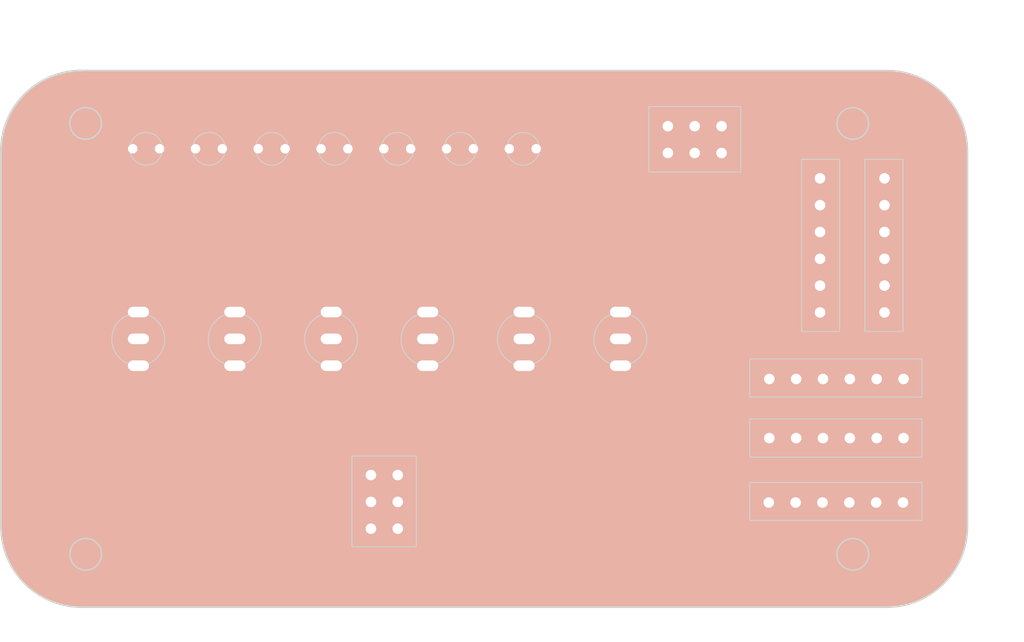
<source format=kicad_pcb>
(kicad_pcb (version 20240108) (generator "pcbnew") (generator_version "8.0")
  (layers (0 "F.Cu" signal) (31 "B.Cu" signal) (34 "B.Paste" user) (35 "F.Paste" user) (36 "B.SilkS" user "B.Silkscreen") (37 "F.SilkS" user "F.Silkscreen") (38 "B.Mask" user) (39 "F.Mask" user) (44 "Edge.Cuts" user))
  (net 0 "")
  (footprint "LED_THT:LED_D3.0mm" (layer "F.Cu") (at 108.84 72.4)
    (property "Reference" "REF**" (hide yes))
    (property "Value" "LED_D3.0mm")
    (fp_line (start -0.29 -1.236) (end -0.29 -1.08) (stroke (width 0.12)) (layer "F.SilkS"))
    (fp_line (start -0.29 1.08) (end -0.29 1.236) (stroke (width 0.12)) (layer "F.SilkS"))
    (fp_arc (start -0.29 -1.235516) (mid 1.366487 -1.987659) (end 2.942335 -1.078608) (stroke (width 0.12)) (layer "F.SilkS"))
    (fp_arc (start 0.229039 -1.08) (mid 1.270117 -1.5) (end 2.31113 -1.079837) (stroke (width 0.12)) (layer "F.SilkS"))
    (fp_arc (start 2.31113 1.079837) (mid 1.270117 1.5) (end 0.229039 1.08) (stroke (width 0.12)) (layer "F.SilkS"))
    (fp_arc (start 2.942335 1.078608) (mid 1.366487 1.987659) (end -0.29 1.235516) (stroke (width 0.12)) (layer "F.SilkS"))
    (pad "1" thru_hole rect (at 0 0) (size 1.8 1.8) (drill 0.9) (layers "*.Cu" "*.Mask"))
    (pad "2" thru_hole circle (at 2.54 0) (size 1.8 1.8) (drill 0.9) (layers "*.Cu" "*.Mask"))
  )
  (footprint "Button_Switch_THT:SW_Toggle_Blue_wSlots" (layer "F.Cu") (at 145.876 90.4 90)
    (property "Reference" "REF**10" (hide yes))
    (property "Value" "SW_Toggle")
    (fp_rect (start -3.75 -2.25) (end 3.75 2.25) (stroke (width 0.1)) (fill none) (layer "F.SilkS"))
    (pad "1" thru_hole oval (at -2.54 0 90) (size 2 4) (drill oval 1 2) (layers "*.Cu" "*.Mask"))
    (pad "2" thru_hole oval (at 0 0 90) (size 2 4) (drill oval 1 2) (layers "*.Cu" "*.Mask"))
    (pad "3" thru_hole oval (at 2.54 0 90) (size 2 4) (drill oval 1 2) (layers "*.Cu" "*.Mask"))
  )
  (footprint "Button_Switch_THT:SW_Toggle_Blue_wSlots" (layer "F.Cu") (at 155 90.4 90)
    (property "Reference" "REF**11" (hide yes))
    (property "Value" "SW_Toggle")
    (fp_rect (start -3.75 -2.25) (end 3.75 2.25) (stroke (width 0.1)) (fill none) (layer "F.SilkS"))
    (pad "1" thru_hole oval (at -2.54 0 90) (size 2 4) (drill oval 1 2) (layers "*.Cu" "*.Mask"))
    (pad "2" thru_hole oval (at 0 0 90) (size 2 4) (drill oval 1 2) (layers "*.Cu" "*.Mask"))
    (pad "3" thru_hole oval (at 2.54 0 90) (size 2 4) (drill oval 1 2) (layers "*.Cu" "*.Mask"))
  )
  (footprint "Connector_PinHeader_2.54mm:PinHeader_1x06_P2.54mm_Vertical" (layer "F.Cu") (at 169.08 99.8 90)
    (property "Reference" "REF**" (hide yes))
    (property "Value" "PinHeader_1x06_P2.54mm_Vertical")
    (fp_line (start -1.33 -1.33) (end 0 -1.33) (stroke (width 0.12)) (layer "F.SilkS"))
    (fp_line (start -1.33 0) (end -1.33 -1.33) (stroke (width 0.12)) (layer "F.SilkS"))
    (fp_line (start 1.33 1.27) (end 1.33 14.03) (stroke (width 0.12)) (layer "F.SilkS"))
    (fp_line (start -1.33 1.27) (end 1.33 1.27) (stroke (width 0.12)) (layer "F.SilkS"))
    (fp_line (start -1.33 1.27) (end -1.33 14.03) (stroke (width 0.12)) (layer "F.SilkS"))
    (fp_line (start -1.33 14.03) (end 1.33 14.03) (stroke (width 0.12)) (layer "F.SilkS"))
    (pad "1" thru_hole rect (at 0 0 90) (size 1.7 1.7) (drill 1) (layers "*.Cu" "*.Mask"))
    (pad "2" thru_hole oval (at 0 2.54 90) (size 1.7 1.7) (drill 1) (layers "*.Cu" "*.Mask"))
    (pad "3" thru_hole oval (at 0 5.08 90) (size 1.7 1.7) (drill 1) (layers "*.Cu" "*.Mask"))
    (pad "4" thru_hole oval (at 0 7.62 90) (size 1.7 1.7) (drill 1) (layers "*.Cu" "*.Mask"))
    (pad "5" thru_hole oval (at 0 10.16 90) (size 1.7 1.7) (drill 1) (layers "*.Cu" "*.Mask"))
    (pad "6" thru_hole oval (at 0 12.7 90) (size 1.7 1.7) (drill 1) (layers "*.Cu" "*.Mask"))
  )
  (footprint "LED_THT:LED_D3.0mm" (layer "F.Cu") (at 114.78 72.4)
    (property "Reference" "REF**1" (hide yes))
    (property "Value" "LED_D3.0mm")
    (fp_line (start -0.29 -1.236) (end -0.29 -1.08) (stroke (width 0.12)) (layer "F.SilkS"))
    (fp_line (start -0.29 1.08) (end -0.29 1.236) (stroke (width 0.12)) (layer "F.SilkS"))
    (fp_arc (start -0.29 -1.235516) (mid 1.366487 -1.987659) (end 2.942335 -1.078608) (stroke (width 0.12)) (layer "F.SilkS"))
    (fp_arc (start 0.229039 -1.08) (mid 1.270117 -1.5) (end 2.31113 -1.079837) (stroke (width 0.12)) (layer "F.SilkS"))
    (fp_arc (start 2.31113 1.079837) (mid 1.270117 1.5) (end 0.229039 1.08) (stroke (width 0.12)) (layer "F.SilkS"))
    (fp_arc (start 2.942335 1.078608) (mid 1.366487 1.987659) (end -0.29 1.235516) (stroke (width 0.12)) (layer "F.SilkS"))
    (pad "1" thru_hole rect (at 0 0) (size 1.8 1.8) (drill 0.9) (layers "*.Cu" "*.Mask"))
    (pad "2" thru_hole circle (at 2.54 0) (size 1.8 1.8) (drill 0.9) (layers "*.Cu" "*.Mask"))
  )
  (footprint "LED_THT:LED_D3.0mm" (layer "F.Cu") (at 144.48 72.4)
    (property "Reference" "REF**6" (hide yes))
    (property "Value" "LED_D3.0mm")
    (fp_line (start -0.29 -1.236) (end -0.29 -1.08) (stroke (width 0.12)) (layer "F.SilkS"))
    (fp_line (start -0.29 1.08) (end -0.29 1.236) (stroke (width 0.12)) (layer "F.SilkS"))
    (fp_arc (start -0.29 -1.235516) (mid 1.366487 -1.987659) (end 2.942335 -1.078608) (stroke (width 0.12)) (layer "F.SilkS"))
    (fp_arc (start 0.229039 -1.08) (mid 1.270117 -1.5) (end 2.31113 -1.079837) (stroke (width 0.12)) (layer "F.SilkS"))
    (fp_arc (start 2.31113 1.079837) (mid 1.270117 1.5) (end 0.229039 1.08) (stroke (width 0.12)) (layer "F.SilkS"))
    (fp_arc (start 2.942335 1.078608) (mid 1.366487 1.987659) (end -0.29 1.235516) (stroke (width 0.12)) (layer "F.SilkS"))
    (pad "1" thru_hole rect (at 0 0) (size 1.8 1.8) (drill 0.9) (layers "*.Cu" "*.Mask"))
    (pad "2" thru_hole circle (at 2.54 0) (size 1.8 1.8) (drill 0.9) (layers "*.Cu" "*.Mask"))
  )
  (footprint "Connector_PinHeader_2.54mm:PinHeader_1x06_P2.54mm_Vertical" (layer "F.Cu") (at 173.88 75.2)
    (property "Reference" "REF**" (hide yes))
    (property "Value" "PinHeader_1x06_P2.54mm_Vertical")
    (fp_line (start -1.33 -1.33) (end 0 -1.33) (stroke (width 0.12)) (layer "F.SilkS"))
    (fp_line (start -1.33 0) (end -1.33 -1.33) (stroke (width 0.12)) (layer "F.SilkS"))
    (fp_line (start -1.33 1.27) (end -1.33 14.03) (stroke (width 0.12)) (layer "F.SilkS"))
    (fp_line (start -1.33 1.27) (end 1.33 1.27) (stroke (width 0.12)) (layer "F.SilkS"))
    (fp_line (start -1.33 14.03) (end 1.33 14.03) (stroke (width 0.12)) (layer "F.SilkS"))
    (fp_line (start 1.33 1.27) (end 1.33 14.03) (stroke (width 0.12)) (layer "F.SilkS"))
    (pad "1" thru_hole rect (at 0 0) (size 1.7 1.7) (drill 1) (layers "*.Cu" "*.Mask"))
    (pad "2" thru_hole oval (at 0 2.54) (size 1.7 1.7) (drill 1) (layers "*.Cu" "*.Mask"))
    (pad "3" thru_hole oval (at 0 5.08) (size 1.7 1.7) (drill 1) (layers "*.Cu" "*.Mask"))
    (pad "4" thru_hole oval (at 0 7.62) (size 1.7 1.7) (drill 1) (layers "*.Cu" "*.Mask"))
    (pad "5" thru_hole oval (at 0 10.16) (size 1.7 1.7) (drill 1) (layers "*.Cu" "*.Mask"))
    (pad "6" thru_hole oval (at 0 12.7) (size 1.7 1.7) (drill 1) (layers "*.Cu" "*.Mask"))
  )
  (footprint "LED_THT:LED_D3.0mm" (layer "F.Cu") (at 126.66 72.4)
    (property "Reference" "REF**3" (hide yes))
    (property "Value" "LED_D3.0mm")
    (fp_line (start -0.29 -1.236) (end -0.29 -1.08) (stroke (width 0.12)) (layer "F.SilkS"))
    (fp_line (start -0.29 1.08) (end -0.29 1.236) (stroke (width 0.12)) (layer "F.SilkS"))
    (fp_arc (start -0.29 -1.235516) (mid 1.366487 -1.987659) (end 2.942335 -1.078608) (stroke (width 0.12)) (layer "F.SilkS"))
    (fp_arc (start 0.229039 -1.08) (mid 1.270117 -1.5) (end 2.31113 -1.079837) (stroke (width 0.12)) (layer "F.SilkS"))
    (fp_arc (start 2.31113 1.079837) (mid 1.270117 1.5) (end 0.229039 1.08) (stroke (width 0.12)) (layer "F.SilkS"))
    (fp_arc (start 2.942335 1.078608) (mid 1.366487 1.987659) (end -0.29 1.235516) (stroke (width 0.12)) (layer "F.SilkS"))
    (pad "1" thru_hole rect (at 0 0) (size 1.8 1.8) (drill 0.9) (layers "*.Cu" "*.Mask"))
    (pad "2" thru_hole circle (at 2.54 0) (size 1.8 1.8) (drill 0.9) (layers "*.Cu" "*.Mask"))
  )
  (footprint "Connector_PinHeader_2.54mm:PinHeader_2x03_P2.54mm_Vertical" (layer "F.Cu") (at 131.38 103.3)
    (property "Reference" "REF**" (at 1.27 -2.33 0) (layer "F.SilkS"))
    (property "Value" "PinHeader_2x03_P2.54mm_Vertical")
    (fp_line (start -1.33 -1.33) (end 0 -1.33) (stroke (width 0.12)) (layer "F.SilkS"))
    (fp_line (start -1.33 0) (end -1.33 -1.33) (stroke (width 0.12)) (layer "F.SilkS"))
    (fp_line (start -1.33 1.27) (end -1.33 6.41) (stroke (width 0.12)) (layer "F.SilkS"))
    (fp_line (start -1.33 1.27) (end 1.27 1.27) (stroke (width 0.12)) (layer "F.SilkS"))
    (fp_line (start -1.33 6.41) (end 3.87 6.41) (stroke (width 0.12)) (layer "F.SilkS"))
    (fp_line (start 1.27 -1.33) (end 3.87 -1.33) (stroke (width 0.12)) (layer "F.SilkS"))
    (fp_line (start 1.27 1.27) (end 1.27 -1.33) (stroke (width 0.12)) (layer "F.SilkS"))
    (fp_line (start 3.87 -1.33) (end 3.87 6.41) (stroke (width 0.12)) (layer "F.SilkS"))
    (pad "1" thru_hole rect (at 0 0) (size 1.7 1.7) (drill 1) (layers "*.Cu" "*.Mask"))
    (pad "2" thru_hole oval (at 2.54 0) (size 1.7 1.7) (drill 1) (layers "*.Cu" "*.Mask"))
    (pad "3" thru_hole oval (at 0 2.54) (size 1.7 1.7) (drill 1) (layers "*.Cu" "*.Mask"))
    (pad "4" thru_hole oval (at 2.54 2.54) (size 1.7 1.7) (drill 1) (layers "*.Cu" "*.Mask"))
    (pad "5" thru_hole oval (at 0 5.08) (size 1.7 1.7) (drill 1) (layers "*.Cu" "*.Mask"))
    (pad "6" thru_hole oval (at 2.54 5.08) (size 1.7 1.7) (drill 1) (layers "*.Cu" "*.Mask"))
  )
  (footprint "Button_Switch_THT:SW_Toggle_Blue_wSlots" (layer "F.Cu") (at 109.38 90.4 90)
    (property "Reference" "REF**" (hide yes))
    (property "Value" "SW_Toggle")
    (fp_rect (start -3.75 -2.25) (end 3.75 2.25) (stroke (width 0.1)) (fill none) (layer "F.SilkS"))
    (pad "1" thru_hole oval (at -2.54 0 90) (size 2 4) (drill oval 1 2) (layers "*.Cu" "*.Mask"))
    (pad "2" thru_hole oval (at 0 0 90) (size 2 4) (drill oval 1 2) (layers "*.Cu" "*.Mask"))
    (pad "3" thru_hole oval (at 2.54 0 90) (size 2 4) (drill oval 1 2) (layers "*.Cu" "*.Mask"))
  )
  (footprint "Button_Switch_THT:SW_Toggle_Blue_wSlots" (layer "F.Cu") (at 118.504 90.4 90)
    (property "Reference" "REF**7" (hide yes))
    (property "Value" "SW_Toggle")
    (fp_rect (start -3.75 -2.25) (end 3.75 2.25) (stroke (width 0.1)) (fill none) (layer "F.SilkS"))
    (pad "1" thru_hole oval (at -2.54 0 90) (size 2 4) (drill oval 1 2) (layers "*.Cu" "*.Mask"))
    (pad "2" thru_hole oval (at 0 0 90) (size 2 4) (drill oval 1 2) (layers "*.Cu" "*.Mask"))
    (pad "3" thru_hole oval (at 2.54 0 90) (size 2 4) (drill oval 1 2) (layers "*.Cu" "*.Mask"))
  )
  (footprint "Button_Switch_THT:SW_Toggle_Blue_wSlots" (layer "F.Cu") (at 127.628 90.4 90)
    (property "Reference" "REF**8" (hide yes))
    (property "Value" "SW_Toggle")
    (fp_rect (start -3.75 -2.25) (end 3.75 2.25) (stroke (width 0.1)) (fill none) (layer "F.SilkS"))
    (pad "1" thru_hole oval (at -2.54 0 90) (size 2 4) (drill oval 1 2) (layers "*.Cu" "*.Mask"))
    (pad "2" thru_hole oval (at 0 0 90) (size 2 4) (drill oval 1 2) (layers "*.Cu" "*.Mask"))
    (pad "3" thru_hole oval (at 2.54 0 90) (size 2 4) (drill oval 1 2) (layers "*.Cu" "*.Mask"))
  )
  (footprint "Connector_PinHeader_2.54mm:PinHeader_1x06_P2.54mm_Vertical" (layer "F.Cu") (at 179.98 75.2)
    (property "Reference" "REF**" (hide yes))
    (property "Value" "PinHeader_1x06_P2.54mm_Vertical")
    (fp_line (start -1.33 -1.33) (end 0 -1.33) (stroke (width 0.12)) (layer "F.SilkS"))
    (fp_line (start -1.33 0) (end -1.33 -1.33) (stroke (width 0.12)) (layer "F.SilkS"))
    (fp_line (start -1.33 1.27) (end -1.33 14.03) (stroke (width 0.12)) (layer "F.SilkS"))
    (fp_line (start -1.33 1.27) (end 1.33 1.27) (stroke (width 0.12)) (layer "F.SilkS"))
    (fp_line (start -1.33 14.03) (end 1.33 14.03) (stroke (width 0.12)) (layer "F.SilkS"))
    (fp_line (start 1.33 1.27) (end 1.33 14.03) (stroke (width 0.12)) (layer "F.SilkS"))
    (pad "1" thru_hole rect (at 0 0) (size 1.7 1.7) (drill 1) (layers "*.Cu" "*.Mask"))
    (pad "2" thru_hole oval (at 0 2.54) (size 1.7 1.7) (drill 1) (layers "*.Cu" "*.Mask"))
    (pad "3" thru_hole oval (at 0 5.08) (size 1.7 1.7) (drill 1) (layers "*.Cu" "*.Mask"))
    (pad "4" thru_hole oval (at 0 7.62) (size 1.7 1.7) (drill 1) (layers "*.Cu" "*.Mask"))
    (pad "5" thru_hole oval (at 0 10.16) (size 1.7 1.7) (drill 1) (layers "*.Cu" "*.Mask"))
    (pad "6" thru_hole oval (at 0 12.7) (size 1.7 1.7) (drill 1) (layers "*.Cu" "*.Mask"))
  )
  (footprint "Connector_PinHeader_2.54mm:PinHeader_2x03_P2.54mm_Vertical" (layer "F.Cu") (at 159.48 72.8 90)
    (property "Reference" "REF**" (at 1.27 -2.33 90) (layer "F.SilkS"))
    (property "Value" "PinHeader_2x03_P2.54mm_Vertical")
    (fp_line (start 3.87 -1.33) (end 3.87 6.41) (stroke (width 0.12)) (layer "F.SilkS"))
    (fp_line (start 1.27 -1.33) (end 3.87 -1.33) (stroke (width 0.12)) (layer "F.SilkS"))
    (fp_line (start -1.33 -1.33) (end 0 -1.33) (stroke (width 0.12)) (layer "F.SilkS"))
    (fp_line (start -1.33 0) (end -1.33 -1.33) (stroke (width 0.12)) (layer "F.SilkS"))
    (fp_line (start 1.27 1.27) (end 1.27 -1.33) (stroke (width 0.12)) (layer "F.SilkS"))
    (fp_line (start -1.33 1.27) (end 1.27 1.27) (stroke (width 0.12)) (layer "F.SilkS"))
    (fp_line (start -1.33 1.27) (end -1.33 6.41) (stroke (width 0.12)) (layer "F.SilkS"))
    (fp_line (start -1.33 6.41) (end 3.87 6.41) (stroke (width 0.12)) (layer "F.SilkS"))
    (pad "1" thru_hole rect (at 0 0 90) (size 1.7 1.7) (drill 1) (layers "*.Cu" "*.Mask"))
    (pad "2" thru_hole oval (at 2.54 0 90) (size 1.7 1.7) (drill 1) (layers "*.Cu" "*.Mask"))
    (pad "3" thru_hole oval (at 0 2.54 90) (size 1.7 1.7) (drill 1) (layers "*.Cu" "*.Mask"))
    (pad "4" thru_hole oval (at 2.54 2.54 90) (size 1.7 1.7) (drill 1) (layers "*.Cu" "*.Mask"))
    (pad "5" thru_hole oval (at 0 5.08 90) (size 1.7 1.7) (drill 1) (layers "*.Cu" "*.Mask"))
    (pad "6" thru_hole oval (at 2.54 5.08 90) (size 1.7 1.7) (drill 1) (layers "*.Cu" "*.Mask"))
  )
  (footprint "Button_Switch_THT:SW_Toggle_Blue_wSlots" (layer "F.Cu") (at 136.752 90.4 90)
    (property "Reference" "REF**9" (hide yes))
    (property "Value" "SW_Toggle")
    (fp_rect (start -3.75 -2.25) (end 3.75 2.25) (stroke (width 0.1)) (fill none) (layer "F.SilkS"))
    (pad "1" thru_hole oval (at -2.54 0 90) (size 2 4) (drill oval 1 2) (layers "*.Cu" "*.Mask"))
    (pad "2" thru_hole oval (at 0 0 90) (size 2 4) (drill oval 1 2) (layers "*.Cu" "*.Mask"))
    (pad "3" thru_hole oval (at 2.54 0 90) (size 2 4) (drill oval 1 2) (layers "*.Cu" "*.Mask"))
  )
  (footprint "LED_THT:LED_D3.0mm" (layer "F.Cu") (at 132.6 72.4)
    (property "Reference" "REF**4" (hide yes))
    (property "Value" "LED_D3.0mm")
    (fp_line (start -0.29 -1.236) (end -0.29 -1.08) (stroke (width 0.12)) (layer "F.SilkS"))
    (fp_line (start -0.29 1.08) (end -0.29 1.236) (stroke (width 0.12)) (layer "F.SilkS"))
    (fp_arc (start -0.29 -1.235516) (mid 1.366487 -1.987659) (end 2.942335 -1.078608) (stroke (width 0.12)) (layer "F.SilkS"))
    (fp_arc (start 0.229039 -1.08) (mid 1.270117 -1.5) (end 2.31113 -1.079837) (stroke (width 0.12)) (layer "F.SilkS"))
    (fp_arc (start 2.31113 1.079837) (mid 1.270117 1.5) (end 0.229039 1.08) (stroke (width 0.12)) (layer "F.SilkS"))
    (fp_arc (start 2.942335 1.078608) (mid 1.366487 1.987659) (end -0.29 1.235516) (stroke (width 0.12)) (layer "F.SilkS"))
    (pad "1" thru_hole rect (at 0 0) (size 1.8 1.8) (drill 0.9) (layers "*.Cu" "*.Mask"))
    (pad "2" thru_hole circle (at 2.54 0) (size 1.8 1.8) (drill 0.9) (layers "*.Cu" "*.Mask"))
  )
  (footprint "Connector_PinHeader_2.54mm:PinHeader_1x06_P2.54mm_Vertical" (layer "F.Cu") (at 169.03 105.9 90)
    (property "Reference" "REF**" (hide yes))
    (property "Value" "PinHeader_1x06_P2.54mm_Vertical")
    (fp_line (start -1.33 -1.33) (end 0 -1.33) (stroke (width 0.12)) (layer "F.SilkS"))
    (fp_line (start -1.33 0) (end -1.33 -1.33) (stroke (width 0.12)) (layer "F.SilkS"))
    (fp_line (start 1.33 1.27) (end 1.33 14.03) (stroke (width 0.12)) (layer "F.SilkS"))
    (fp_line (start -1.33 1.27) (end 1.33 1.27) (stroke (width 0.12)) (layer "F.SilkS"))
    (fp_line (start -1.33 1.27) (end -1.33 14.03) (stroke (width 0.12)) (layer "F.SilkS"))
    (fp_line (start -1.33 14.03) (end 1.33 14.03) (stroke (width 0.12)) (layer "F.SilkS"))
    (pad "1" thru_hole rect (at 0 0 90) (size 1.7 1.7) (drill 1) (layers "*.Cu" "*.Mask"))
    (pad "2" thru_hole oval (at 0 2.54 90) (size 1.7 1.7) (drill 1) (layers "*.Cu" "*.Mask"))
    (pad "3" thru_hole oval (at 0 5.08 90) (size 1.7 1.7) (drill 1) (layers "*.Cu" "*.Mask"))
    (pad "4" thru_hole oval (at 0 7.62 90) (size 1.7 1.7) (drill 1) (layers "*.Cu" "*.Mask"))
    (pad "5" thru_hole oval (at 0 10.16 90) (size 1.7 1.7) (drill 1) (layers "*.Cu" "*.Mask"))
    (pad "6" thru_hole oval (at 0 12.7 90) (size 1.7 1.7) (drill 1) (layers "*.Cu" "*.Mask"))
  )
  (footprint "Connector_PinHeader_2.54mm:PinHeader_1x06_P2.54mm_Vertical" (layer "F.Cu") (at 169.08 94.2 90)
    (property "Reference" "REF**" (hide yes))
    (property "Value" "PinHeader_1x06_P2.54mm_Vertical")
    (fp_line (start -1.33 -1.33) (end 0 -1.33) (stroke (width 0.12)) (layer "F.SilkS"))
    (fp_line (start -1.33 0) (end -1.33 -1.33) (stroke (width 0.12)) (layer "F.SilkS"))
    (fp_line (start 1.33 1.27) (end 1.33 14.03) (stroke (width 0.12)) (layer "F.SilkS"))
    (fp_line (start -1.33 1.27) (end 1.33 1.27) (stroke (width 0.12)) (layer "F.SilkS"))
    (fp_line (start -1.33 1.27) (end -1.33 14.03) (stroke (width 0.12)) (layer "F.SilkS"))
    (fp_line (start -1.33 14.03) (end 1.33 14.03) (stroke (width 0.12)) (layer "F.SilkS"))
    (pad "1" thru_hole rect (at 0 0 90) (size 1.7 1.7) (drill 1) (layers "*.Cu" "*.Mask"))
    (pad "2" thru_hole oval (at 0 2.54 90) (size 1.7 1.7) (drill 1) (layers "*.Cu" "*.Mask"))
    (pad "3" thru_hole oval (at 0 5.08 90) (size 1.7 1.7) (drill 1) (layers "*.Cu" "*.Mask"))
    (pad "4" thru_hole oval (at 0 7.62 90) (size 1.7 1.7) (drill 1) (layers "*.Cu" "*.Mask"))
    (pad "5" thru_hole oval (at 0 10.16 90) (size 1.7 1.7) (drill 1) (layers "*.Cu" "*.Mask"))
    (pad "6" thru_hole oval (at 0 12.7 90) (size 1.7 1.7) (drill 1) (layers "*.Cu" "*.Mask"))
  )
  (footprint "LED_THT:LED_D3.0mm" (layer "F.Cu") (at 120.72 72.4)
    (property "Reference" "REF**2" (hide yes))
    (property "Value" "LED_D3.0mm")
    (fp_line (start -0.29 -1.236) (end -0.29 -1.08) (stroke (width 0.12)) (layer "F.SilkS"))
    (fp_line (start -0.29 1.08) (end -0.29 1.236) (stroke (width 0.12)) (layer "F.SilkS"))
    (fp_arc (start -0.29 -1.235516) (mid 1.366487 -1.987659) (end 2.942335 -1.078608) (stroke (width 0.12)) (layer "F.SilkS"))
    (fp_arc (start 0.229039 -1.08) (mid 1.270117 -1.5) (end 2.31113 -1.079837) (stroke (width 0.12)) (layer "F.SilkS"))
    (fp_arc (start 2.31113 1.079837) (mid 1.270117 1.5) (end 0.229039 1.08) (stroke (width 0.12)) (layer "F.SilkS"))
    (fp_arc (start 2.942335 1.078608) (mid 1.366487 1.987659) (end -0.29 1.235516) (stroke (width 0.12)) (layer "F.SilkS"))
    (pad "1" thru_hole rect (at 0 0) (size 1.8 1.8) (drill 0.9) (layers "*.Cu" "*.Mask"))
    (pad "2" thru_hole circle (at 2.54 0) (size 1.8 1.8) (drill 0.9) (layers "*.Cu" "*.Mask"))
  )
  (footprint "LED_THT:LED_D3.0mm" (layer "F.Cu") (at 138.54 72.4)
    (property "Reference" "REF**5" (hide yes))
    (property "Value" "LED_D3.0mm")
    (fp_line (start -0.29 -1.236) (end -0.29 -1.08) (stroke (width 0.12)) (layer "F.SilkS"))
    (fp_line (start -0.29 1.08) (end -0.29 1.236) (stroke (width 0.12)) (layer "F.SilkS"))
    (fp_arc (start -0.29 -1.235516) (mid 1.366487 -1.987659) (end 2.942335 -1.078608) (stroke (width 0.12)) (layer "F.SilkS"))
    (fp_arc (start 0.229039 -1.08) (mid 1.270117 -1.5) (end 2.31113 -1.079837) (stroke (width 0.12)) (layer "F.SilkS"))
    (fp_arc (start 2.31113 1.079837) (mid 1.270117 1.5) (end 0.229039 1.08) (stroke (width 0.12)) (layer "F.SilkS"))
    (fp_arc (start 2.942335 1.078608) (mid 1.366487 1.987659) (end -0.29 1.235516) (stroke (width 0.12)) (layer "F.SilkS"))
    (pad "1" thru_hole rect (at 0 0) (size 1.8 1.8) (drill 0.9) (layers "*.Cu" "*.Mask"))
    (pad "2" thru_hole circle (at 2.54 0) (size 1.8 1.8) (drill 0.9) (layers "*.Cu" "*.Mask"))
  )
  (gr_poly (pts (xy 96.38 72.620001) (arc (start 96.38 108.18) (mid 98.611846 113.568154) (end 104 115.8)) (arc (start 180.2 115.8) (mid 185.588154 113.568154) (end 187.82 108.18)) (arc (start 187.82 72.62) (mid 185.588154 67.231846) (end 180.2 65)) (arc (start 104 65) (mid 98.611846 67.231846) (end 96.38 72.62))) (stroke (width 0.15)) (fill solid) (layer "B.SilkS"))
  (gr_rect (start 136.18 101.5) (end 149.03 110.1) (stroke (width 0.15)) (fill none) (layer "F.SilkS"))
  (gr_rect (start 165.43 90.5) (end 185.13 92.2) (stroke (width 0.1)) (fill none) (layer "F.SilkS"))
  (gr_rect (start 165.43 102.2) (end 185.13 103.9) (stroke (width 0.1)) (fill none) (layer "F.SilkS"))
  (gr_rect (start 151.63 101.5) (end 162.23 110.1) (stroke (width 0.1)) (fill solid) (layer "F.SilkS"))
  (gr_rect (start 138.43 101.5) (end 149.03 110.1) (stroke (width 0.1)) (fill solid) (layer "F.SilkS"))
  (gr_rect (start 157.68 74.8) (end 166.38 82.2) (stroke (width 0.1)) (fill none) (layer "F.SilkS"))
  (gr_rect (start 121.98 101.5) (end 129.38 110.1) (stroke (width 0.1)) (fill none) (layer "F.SilkS"))
  (gr_rect (start 165.43 96.2) (end 185.13 97.9) (stroke (width 0.1)) (fill none) (layer "F.SilkS"))
  (gr_rect (start 149.38 101.5) (end 162.23 110.1) (stroke (width 0.15)) (fill none) (layer "F.SilkS"))
  (gr_rect (start 181.88 73.4) (end 185.48 89.7) (stroke (width 0.1)) (fill none) (layer "F.SilkS"))
  (gr_rect (start 168.08 73.4) (end 171.98 89.7) (stroke (width 0.1)) (fill none) (layer "F.SilkS"))
  (gr_circle (center 122 72.4) (end 123.55 72.4) (stroke (width 0.1)) (fill none) (layer "Edge.Cuts"))
  (gr_rect (start 178.13 73.4) (end 181.73 89.7) (stroke (width 0.1)) (fill none) (layer "Edge.Cuts"))
  (gr_arc (start 187.82 108.18) (mid 185.588154 113.568154) (end 180.2 115.8) (stroke (width 0.15)) (layer "Edge.Cuts"))
  (gr_rect (start 157.68 68.4) (end 166.38 74.6) (stroke (width 0.1)) (fill none) (layer "Edge.Cuts"))
  (gr_circle (center 127.608 90.44) (end 130.108 90.44) (stroke (width 0.1)) (fill none) (layer "Edge.Cuts"))
  (gr_circle (center 145.78 72.4) (end 147.33 72.4) (stroke (width 0.1)) (fill none) (layer "Edge.Cuts"))
  (gr_circle (center 109.36 90.44) (end 111.86 90.44) (stroke (width 0.1)) (fill none) (layer "Edge.Cuts"))
  (gr_circle (center 133.89 72.4) (end 135.44 72.4) (stroke (width 0.1)) (fill none) (layer "Edge.Cuts"))
  (gr_rect (start 172.13 73.4) (end 175.73 89.7) (stroke (width 0.1)) (fill none) (layer "Edge.Cuts"))
  (gr_arc (start 180.2 65) (mid 185.588154 67.231846) (end 187.82 72.62) (stroke (width 0.15)) (layer "Edge.Cuts"))
  (gr_circle (center 154.98 90.44) (end 157.48 90.44) (stroke (width 0.1)) (fill none) (layer "Edge.Cuts"))
  (gr_circle (center 139.835 72.4) (end 141.385 72.4) (stroke (width 0.1)) (fill none) (layer "Edge.Cuts"))
  (gr_line (start 104 65) (end 180.2 65) (stroke (width 0.15)) (layer "Edge.Cuts"))
  (gr_circle (center 176.98 70) (end 178.48 70) (stroke (width 0.15)) (fill none) (layer "Edge.Cuts"))
  (gr_arc (start 96.38 72.62) (mid 98.611846 67.231846) (end 104 65) (stroke (width 0.2)) (layer "Edge.Cuts"))
  (gr_line (start 180.2 115.8) (end 104 115.8) (stroke (width 0.15)) (layer "Edge.Cuts"))
  (gr_arc (start 104 115.8) (mid 98.611846 113.568154) (end 96.38 108.18) (stroke (width 0.15)) (layer "Edge.Cuts"))
  (gr_circle (center 104.39 70) (end 105.89 70) (stroke (width 0.15)) (fill none) (layer "Edge.Cuts"))
  (gr_line (start 96.38 108.18) (end 96.38 72.620001) (stroke (width 0.15)) (layer "Edge.Cuts"))
  (gr_rect (start 167.23 92.3) (end 183.53 95.9) (stroke (width 0.1)) (fill none) (layer "Edge.Cuts"))
  (gr_circle (center 136.732 90.44) (end 139.232 90.44) (stroke (width 0.1)) (fill none) (layer "Edge.Cuts"))
  (gr_line (start 187.82 72.62) (end 187.82 108.18) (stroke (width 0.15)) (layer "Edge.Cuts"))
  (gr_rect (start 167.23 98) (end 183.53 101.6) (stroke (width 0.1)) (fill none) (layer "Edge.Cuts"))
  (gr_rect (start 129.58 101.5) (end 135.68 110.1) (stroke (width 0.1)) (fill none) (layer "Edge.Cuts"))
  (gr_circle (center 127.945 72.4) (end 129.495 72.4) (stroke (width 0.1)) (fill none) (layer "Edge.Cuts"))
  (gr_circle (center 104.39 110.8) (end 105.89 110.8) (stroke (width 0.15)) (fill none) (layer "Edge.Cuts"))
  (gr_circle (center 145.856 90.44) (end 148.356 90.44) (stroke (width 0.1)) (fill none) (layer "Edge.Cuts"))
  (gr_circle (center 116.055 72.4) (end 117.605 72.4) (stroke (width 0.1)) (fill none) (layer "Edge.Cuts"))
  (gr_circle (center 176.98 110.8) (end 178.48 110.8) (stroke (width 0.15)) (fill none) (layer "Edge.Cuts"))
  (gr_rect (start 167.23 104) (end 183.53 107.6) (stroke (width 0.1)) (fill none) (layer "Edge.Cuts"))
  (gr_circle (center 110.11 72.4) (end 111.66 72.4) (stroke (width 0.1)) (fill none) (layer "Edge.Cuts"))
  (gr_circle (center 118.484 90.44) (end 120.984 90.44) (stroke (width 0.1)) (fill none) (layer "Edge.Cuts"))
  (gr_text "3V3" (at 141.079381 93.5 0) (layer "F.SilkS") (effects (font (size 1 1)) (justify bottom)))
  (gr_text "C4" (at 150.45 106.4 0) (layer "F.SilkS") (effects (font (size 1 1) (thickness 0.15) (italic yes)) (justify bottom)))
  (gr_text "C2" (at 137.25 109.1 0) (layer "F.SilkS") (effects (font (size 1 1) (thickness 0.15) (italic yes)) (justify bottom)))
  (gr_text "3V3" (at 165.16 80.34 90) (layer "F.SilkS") (effects (font (size 1 1)) (justify bottom)))
  (gr_text "HI" (at 150.203381 88.3 0) (layer "F.SilkS") (effects (font (size 1 1)) (justify bottom)))
  (gr_text "C1" (at 137.25 106.4 0) (layer "F.SilkS") (effects (font (size 1 1) (thickness 0.15) (italic yes)) (justify bottom)))
  (gr_text "C3" (at 176.96 103.7 0) (layer "F.SilkS") (effects (font (size 1 1)) (justify bottom)))
  (gr_text "USB" (at 110.11 75.9 0) (layer "F.SilkS") (effects (font (size 1 1)) (justify bottom)))
  (gr_text "C0" (at 137.25 103.7 0) (layer "F.SilkS") (effects (font (size 1 1) (thickness 0.15) (italic yes)) (justify bottom)))
  (gr_text "UART" (at 177.68 81.7 90) (layer "F.SilkS") (effects (font (size 1.2 1.2) (thickness 0.24) (bold yes)) (justify bottom)))
  (gr_text "DTR" (at 167.18 97.7 0) (layer "F.SilkS") (effects (font (size 1 1)) (justify bottom)))
  (gr_text "CTS" (at 169.98 78.16 0) (layer "F.SilkS") (effects (font (size 1 1)) (justify bottom)))
  (gr_text "LO" (at 150.203381 93.5 0) (layer "F.SilkS") (effects (font (size 1 1)) (justify bottom)))
  (gr_text "UART" (at 164.88 95 90) (layer "F.SilkS") (effects (font (size 1.2 1.2) (thickness 0.24) (bold yes)) (justify right bottom)))
  (gr_text "BAT" (at 109.36 96.55 0) (layer "F.SilkS") (effects (font (size 1.2 1.2) (thickness 0.24) (bold yes)) (justify bottom)))
  (gr_text "UART" (at 127.608 96.55 0) (layer "F.SilkS") (effects (font (size 1.2 1.2) (thickness 0.24) (bold yes)) (justify bottom)))
  (gr_text "C3" (at 150.45 103.7 0) (layer "F.SilkS") (effects (font (size 1 1) (thickness 0.15) (italic yes)) (justify bottom)))
  (gr_text "CHG" (at 122 75.9 0) (layer "F.SilkS") (effects (font (size 1 1)) (justify bottom)))
  (gr_text "ON" (at 131.955381 88.3 0) (layer "F.SilkS") (effects (font (size 1 1)) (justify bottom)))
  (gr_text "RX" (at 139.835 75.9 0) (layer "F.SilkS") (effects (font (size 1 1)) (justify bottom)))
  (gr_text "GND" (at 179.710473 92 0) (layer "F.SilkS") (effects (font (size 1 1)) (justify bottom)))
  (gr_text "DAT" (at 123.84 106.44 0) (layer "F.SilkS") (effects (font (size 1 1)) (justify bottom)))
  (gr_text "0V" (at 127.38 103.9 0) (layer "F.SilkS") (effects (font (size 1 1)) (justify bottom)))
  (gr_text "VCC" (at 183.48 92 0) (layer "F.SilkS") (effects (font (size 1 1)) (justify bottom)))
  (gr_text "OFF" (at 159.327381 93.5 0) (layer "F.SilkS") (effects (font (size 1 1)) (justify bottom)))
  (gr_text "SIG" (at 160.08 76.8 90) (layer "F.SilkS") (effects (font (size 1 1)) (justify bottom)))
  (gr_text "5V" (at 162.62 80.34 90) (layer "F.SilkS") (effects (font (size 1 1)) (justify bottom)))
  (gr_text "C2" (at 173.7 103.7 0) (layer "F.SilkS") (effects (font (size 1 1)) (justify bottom)))
  (gr_text "CLK" (at 127.38 106.44 0) (layer "F.SilkS") (effects (font (size 1 1)) (justify bottom)))
  (gr_text "RX" (at 183.58 78.16 0) (layer "F.SilkS") (effects (font (size 1 1)) (justify bottom)))
  (gr_text "VCC" (at 183.58 83.48 0) (layer "F.SilkS") (effects (font (size 1 1)) (justify bottom)))
  (gr_text "SIG" (at 183.68 75.5 0) (layer "F.SilkS") (effects (font (size 1 1)) (justify bottom)))
  (gr_text "BAT" (at 116.055 75.9 0) (layer "F.SilkS") (effects (font (size 1 1)) (justify bottom)))
  (gr_text "RX" (at 169.98 86.14 0) (layer "F.SilkS") (effects (font (size 1 1)) (justify bottom)))
  (gr_text "OFF" (at 131.955381 93.5 0) (layer "F.SilkS") (effects (font (size 1 1)) (justify bottom)))
  (gr_text "CTS" (at 179.767618 97.7 0) (layer "F.SilkS") (effects (font (size 1 1)) (justify bottom)))
  (gr_text "TX" (at 173.033333 97.7 0) (layer "F.SilkS") (effects (font (size 1 1)) (justify bottom)))
  (gr_text "PIC PROG" (at 121.28 105.9 90) (layer "F.SilkS") (effects (font (size 1.2 1.2) (thickness 0.24) (bold yes)) (justify bottom)))
  (gr_text "CTS" (at 167.18 92 0) (layer "F.SilkS") (effects (font (size 1 1)) (justify bottom)))
  (gr_text "VCC" (at 169.88 80.82 0) (layer "F.SilkS") (effects (font (size 1 1)) (justify bottom)))
  (gr_text "0V" (at 123.84 108.98 0) (layer "F.SilkS") (effects (font (size 1 1)) (justify bottom)))
  (gr_text "RX" (at 173.861903 92 0) (layer "F.SilkS") (effects (font (size 1 1)) (justify bottom)))
  (gr_text "C0" (at 167.18 103.7 0) (layer "F.SilkS") (effects (font (size 1 1)) (justify bottom)))
  (gr_text "TX" (at 169.98 83.48 0) (layer "F.SilkS") (effects (font (size 1 1)) (justify bottom)))
  (gr_text "ON" (at 159.327381 88.3 0) (layer "F.SilkS") (effects (font (size 1 1)) (justify bottom)))
  (gr_text "SIG" (at 160.08 80.34 90) (layer "F.SilkS") (effects (font (size 1 1)) (justify bottom)))
  (gr_text "TX" (at 183.48 80.82 0) (layer "F.SilkS") (effects (font (size 1 1)) (justify bottom)))
  (gr_text "VCC" (at 118.484 96.55 0) (layer "F.SilkS") (effects (font (size 1.2 1.2) (thickness 0.24) (bold yes)) (justify bottom)))
  (gr_text "GND" (at 183.48 97.7 0) (layer "F.SilkS") (effects (font (size 1 1)) (justify bottom)))
  (gr_text "GND" (at 170.08 75.5 0) (layer "F.SilkS") (effects (font (size 1 1)) (justify bottom)))
  (gr_text "Vdd" (at 123.84 103.9 0) (layer "F.SilkS") (effects (font (size 1 1)) (justify bottom)))
  (gr_text "C4" (at 180.22 103.7 0) (layer "F.SilkS") (effects (font (size 1 1)) (justify bottom)))
  (gr_text "TX" (at 133.89 75.9 0) (layer "F.SilkS") (effects (font (size 1 1)) (justify bottom)))
  (gr_text "ON" (at 113.707381 88.3 0) (layer "F.SilkS") (effects (font (size 1 1)) (justify bottom)))
  (gr_text "C5" (at 150.45 109.1 0) (layer "F.SilkS") (effects (font (size 1 1) (thickness 0.15) (italic yes)) (justify bottom)))
  (gr_text "TX" (at 176.512379 92 0) (layer "F.SilkS") (effects (font (size 1 1)) (justify bottom)))
  (gr_text "POWER" (at 156.68 71.5 90) (layer "F.SilkS") (effects (font (size 1.2 1.2) (thickness 0.24) (bold yes)) (justify bottom)))
  (gr_text "Vpp" (at 127.38 108.98 0) (layer "F.SilkS") (effects (font (size 1 1)) (justify bottom)))
  (gr_text "C1" (at 170.44 103.7 0) (layer "F.SilkS") (effects (font (size 1 1)) (justify bottom)))
  (gr_text "GND" (at 183.68 88.8 0) (layer "F.SilkS") (effects (font (size 1 1)) (justify bottom)))
  (gr_text "UART" (at 127.945 75.9 0) (layer "F.SilkS") (effects (font (size 1 1)) (justify bottom)))
  (gr_text "5V" (at 122.831381 88.3 0) (layer "F.SilkS") (effects (font (size 1 1)) (justify bottom)))
  (gr_text "RX" (at 170.368571 97.7 0) (layer "F.SilkS") (effects (font (size 1 1)) (justify bottom)))
  (gr_text "GND" (at 162.62 76.8 90) (layer "F.SilkS") (effects (font (size 1 1)) (justify bottom)))
  (gr_text "CLK" (at 164.88 104.1 90) (layer "F.SilkS") (effects (font (size 1.2 1.2) (thickness 0.24) (bold yes)) (justify right bottom)))
  (gr_text "DTR" (at 170.08 88.8 0) (layer "F.SilkS") (effects (font (size 1 1)) (justify bottom)))
  (gr_text "VCC" (at 176.150475 97.7 0) (layer "F.SilkS") (effects (font (size 1 1)) (justify bottom)))
  (gr_text "5V" (at 141.079381 88.3 0) (layer "F.SilkS") (effects (font (size 1 1)) (justify bottom)))
  (gr_text "GND" (at 165.16 76.8 90) (layer "F.SilkS") (effects (font (size 1 1)) (justify bottom)))
  (gr_text "RTS" (at 170.711428 92 0) (layer "F.SilkS") (effects (font (size 1 1)) (justify bottom)))
  (gr_text "C5" (at 183.48 103.7 0) (layer "F.SilkS") (effects (font (size 1 1)) (justify bottom)))
  (gr_text "SIGNAL" (at 145.856 96.55 0) (layer "F.SilkS") (effects (font (size 1.2 1.2) (thickness 0.24) (bold yes)) (justify bottom)))
  (gr_text "3V3" (at 122.831381 93.5 0) (layer "F.SilkS") (effects (font (size 1 1)) (justify bottom)))
  (gr_text "CLK" (at 154.98 96.55 0) (layer "F.SilkS") (effects (font (size 1.2 1.2) (thickness 0.24) (bold yes)) (justify bottom)))
  (gr_text "CLK" (at 145.78 75.9 0) (layer "F.SilkS") (effects (font (size 1 1)) (justify bottom)))
  (gr_text "LOGIC" (at 136.732 96.55 0) (layer "F.SilkS") (effects (font (size 1.2 1.2) (thickness 0.24) (bold yes)) (justify bottom)))
  (gr_text "SERIAL ADAPTER CARD" (at 133.58 113.9 0) (layer "F.SilkS") (effects (font (size 1.2 1.2) (thickness 0.24) (bold yes) (italic yes)) (justify left bottom)))
  (gr_text "OFF" (at 113.707381 93.5 0) (layer "F.SilkS") (effects (font (size 1 1)) (justify bottom)))
  (gr_text "X" (at 183.58 86.14 0) (layer "F.SilkS") (effects (font (size 1 1)) (justify bottom)))
)
</source>
